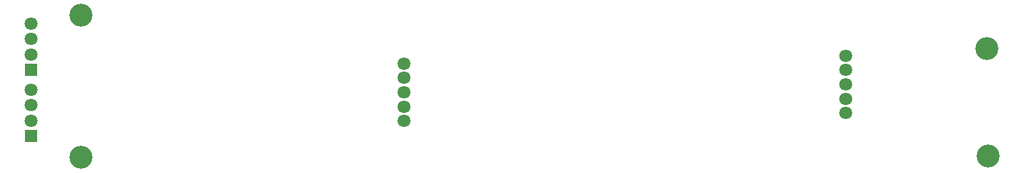
<source format=gts>
G04 #@! TF.GenerationSoftware,KiCad,Pcbnew,7.0.5-0*
G04 #@! TF.CreationDate,2024-12-30T17:13:37-05:00*
G04 #@! TF.ProjectId,ESP32_MIDI_v3a,45535033-325f-44d4-9944-495f7633612e,rev?*
G04 #@! TF.SameCoordinates,Original*
G04 #@! TF.FileFunction,Soldermask,Top*
G04 #@! TF.FilePolarity,Negative*
%FSLAX46Y46*%
G04 Gerber Fmt 4.6, Leading zero omitted, Abs format (unit mm)*
G04 Created by KiCad (PCBNEW 7.0.5-0) date 2024-12-30 17:13:37*
%MOMM*%
%LPD*%
G01*
G04 APERTURE LIST*
%ADD10C,1.800000*%
%ADD11C,3.200000*%
%ADD12R,1.800000X1.800000*%
G04 APERTURE END LIST*
D10*
X152400000Y-101000000D03*
X152400000Y-99000000D03*
X152400000Y-97000000D03*
X152400000Y-95000000D03*
X152400000Y-93000000D03*
X90932000Y-94108000D03*
X90932000Y-96108000D03*
X90932000Y-98108000D03*
X90932000Y-100108000D03*
X90932000Y-102108000D03*
D11*
X172000000Y-92000000D03*
X46000000Y-107188000D03*
X172212000Y-107000000D03*
D12*
X39000000Y-95000000D03*
D10*
X39000000Y-92841000D03*
X39000000Y-90682000D03*
X39000000Y-88523000D03*
D12*
X39000000Y-104240000D03*
D10*
X39000000Y-102081000D03*
X39000000Y-99922000D03*
X39000000Y-97763000D03*
D11*
X46000000Y-87376000D03*
M02*

</source>
